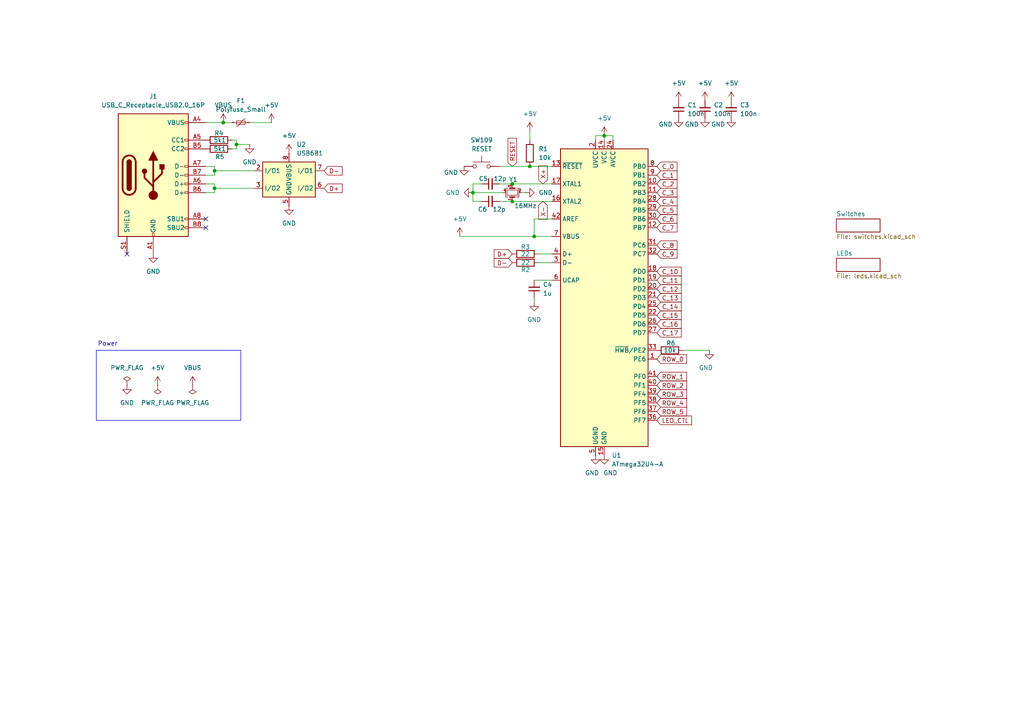
<source format=kicad_sch>
(kicad_sch (version 20231120) (generator "eeschema") (generator_version "8.0")
  (paper "A4")
  (title_block (title "V6 North Facing LED conversion PCB") (date "08-Nov-24") (rev "2.0") (company "REV (Reven Sanchez)"))
  (lib_symbols
    (symbol "Connector:USB_C_Receptacle_USB2.0_16P" (pin_names (offset 1.016))
      (property "Reference" "J" (at 0 22.225 0))
      (property "Value" "USB_C_Receptacle_USB2.0_16P" (at 0 19.685 0))
      (symbol "USB_C_Receptacle_USB2.0_16P_0_0"
        (rectangle (start -0.254 -17.78) (end 0.254 -16.764))
        (rectangle (start 10.16 -14.986) (end 9.144 -15.494))
        (rectangle (start 10.16 -12.446) (end 9.144 -12.954))
        (rectangle (start 10.16 -4.826) (end 9.144 -5.334))
        (rectangle (start 10.16 -2.286) (end 9.144 -2.794))
        (rectangle (start 10.16 0.254) (end 9.144 -0.254))
        (rectangle (start 10.16 2.794) (end 9.144 2.286))
        (rectangle (start 10.16 7.874) (end 9.144 7.366))
        (rectangle (start 10.16 10.414) (end 9.144 9.906))
        (rectangle (start 10.16 15.494) (end 9.144 14.986))
      )
      (symbol "USB_C_Receptacle_USB2.0_16P_0_1"
        (rectangle (start -10.16 17.78) (end 10.16 -17.78) (stroke (width 0.254)) (fill (type background)))
        (arc (start -8.89 -3.81) (mid -6.985 -5.7067) (end -5.08 -3.81) (stroke (width 0.508)))
        (arc (start -7.62 -3.81) (mid -6.985 -4.4423) (end -6.35 -3.81) (stroke (width 0.254)))
        (arc (start -7.62 -3.81) (mid -6.985 -4.4423) (end -6.35 -3.81) (stroke (width 0.254)) (fill (type outline)))
        (rectangle (start -7.62 -3.81) (end -6.35 3.81) (stroke (width 0.254)) (fill (type outline)))
        (arc (start -6.35 3.81) (mid -6.985 4.4423) (end -7.62 3.81) (stroke (width 0.254)))
        (arc (start -6.35 3.81) (mid -6.985 4.4423) (end -7.62 3.81) (stroke (width 0.254)) (fill (type outline)))
        (arc (start -5.08 3.81) (mid -6.985 5.7067) (end -8.89 3.81) (stroke (width 0.508)))
        (circle (center -2.54 1.143) (radius 0.635) (stroke (width 0.254)) (fill (type outline)))
        (circle (center 0 -5.842) (radius 1.27) (fill (type outline)))
        (polyline (pts (xy -8.89 -3.81) (xy -8.89 3.81)) (stroke (width 0.508)))
        (polyline (pts (xy -5.08 3.81) (xy -5.08 -3.81)) (stroke (width 0.508)))
        (polyline (pts (xy 0 -5.842) (xy 0 4.318)) (stroke (width 0.508)))
        (polyline (pts (xy 0 -3.302) (xy -2.54 -0.762) (xy -2.54 0.508)) (stroke (width 0.508)))
        (polyline (pts (xy 0 -2.032) (xy 2.54 0.508) (xy 2.54 1.778)) (stroke (width 0.508)))
        (polyline (pts (xy -1.27 4.318) (xy 0 6.858) (xy 1.27 4.318) (xy -1.27 4.318)) (stroke (width 0.254)) (fill (type outline)))
        (rectangle (start 1.905 1.778) (end 3.175 3.048) (stroke (width 0.254)) (fill (type outline)))
      )
      (symbol "USB_C_Receptacle_USB2.0_16P_1_1"
        (pin passive line (at 0 -22.86 90) (length 5.08) (name "GND") (number "A1"))
        (pin passive line (at 0 -22.86 90) (length 5.08) hide (name "GND") (number "A12"))
        (pin passive line (at 15.24 15.24 180) (length 5.08) (name "VBUS") (number "A4"))
        (pin bidirectional line (at 15.24 10.16 180) (length 5.08) (name "CC1") (number "A5"))
        (pin bidirectional line (at 15.24 -2.54 180) (length 5.08) (name "D+") (number "A6"))
        (pin bidirectional line (at 15.24 2.54 180) (length 5.08) (name "D-") (number "A7"))
        (pin bidirectional line (at 15.24 -12.7 180) (length 5.08) (name "SBU1") (number "A8"))
        (pin passive line (at 15.24 15.24 180) (length 5.08) hide (name "VBUS") (number "A9"))
        (pin passive line (at 0 -22.86 90) (length 5.08) hide (name "GND") (number "B1"))
        (pin passive line (at 0 -22.86 90) (length 5.08) hide (name "GND") (number "B12"))
        (pin passive line (at 15.24 15.24 180) (length 5.08) hide (name "VBUS") (number "B4"))
        (pin bidirectional line (at 15.24 7.62 180) (length 5.08) (name "CC2") (number "B5"))
        (pin bidirectional line (at 15.24 -5.08 180) (length 5.08) (name "D+") (number "B6"))
        (pin bidirectional line (at 15.24 0 180) (length 5.08) (name "D-") (number "B7"))
        (pin bidirectional line (at 15.24 -15.24 180) (length 5.08) (name "SBU2") (number "B8"))
        (pin passive line (at 15.24 15.24 180) (length 5.08) hide (name "VBUS") (number "B9"))
        (pin passive line (at -7.62 -22.86 90) (length 5.08) (name "SHIELD") (number "S1"))
      )
    )
    (symbol "Device:C_Small" (pin_numbers hide) (pin_names (offset 0.254) hide)
      (property "Reference" "C" (at 0.254 1.778 0))
      (property "Value" "C_Small" (at 0.254 -2.032 0))
      (symbol "C_Small_0_1"
        (polyline (pts (xy -1.524 -0.508) (xy 1.524 -0.508)) (stroke (width 0.3302)))
        (polyline (pts (xy -1.524 0.508) (xy 1.524 0.508)) (stroke (width 0.3048)))
      )
      (symbol "C_Small_1_1"
        (pin passive line (at 0 2.54 270) (length 2.032) (name "~") (number "1"))
        (pin passive line (at 0 -2.54 90) (length 2.032) (name "~") (number "2"))
      )
    )
    (symbol "Device:Crystal_GND24_Small" (pin_names (offset 1.016) hide)
      (property "Reference" "Y" (at 1.27 4.445 0))
      (property "Value" "Crystal_GND24_Small" (at 1.27 2.54 0))
      (symbol "Crystal_GND24_Small_0_1"
        (rectangle (start -0.762 -1.524) (end 0.762 1.524))
        (polyline (pts (xy -1.27 -0.762) (xy -1.27 0.762)) (stroke (width 0.381)))
        (polyline (pts (xy 1.27 -0.762) (xy 1.27 0.762)) (stroke (width 0.381)))
        (polyline (pts (xy -1.27 -1.27) (xy -1.27 -1.905) (xy 1.27 -1.905) (xy 1.27 -1.27)))
        (polyline (pts (xy -1.27 1.27) (xy -1.27 1.905) (xy 1.27 1.905) (xy 1.27 1.27)))
      )
      (symbol "Crystal_GND24_Small_1_1"
        (pin passive line (at -2.54 0 0) (length 1.27) (name "1") (number "1"))
        (pin passive line (at 0 -2.54 90) (length 0.635) (name "2") (number "2"))
        (pin passive line (at 2.54 0 180) (length 1.27) (name "3") (number "3"))
        (pin passive line (at 0 2.54 270) (length 0.635) (name "4") (number "4"))
      )
    )
    (symbol "Device:Polyfuse_Small" (pin_numbers hide) (pin_names (offset 0))
      (property "Reference" "F" (at -1.905 0 90))
      (property "Value" "Polyfuse_Small" (at 1.905 0 90))
      (symbol "Polyfuse_Small_0_1"
        (rectangle (start -0.508 1.27) (end 0.508 -1.27))
        (polyline (pts (xy 0 2.54) (xy 0 -2.54)))
        (polyline (pts (xy -1.016 1.27) (xy -1.016 0.762) (xy 1.016 -0.762) (xy 1.016 -1.27)))
      )
      (symbol "Polyfuse_Small_1_1"
        (pin passive line (at 0 2.54 270) (length 0.635) (name "~") (number "1"))
        (pin passive line (at 0 -2.54 90) (length 0.635) (name "~") (number "2"))
      )
    )
    (symbol "Device:R" (pin_numbers hide) (pin_names (offset 0))
      (property "Reference" "R" (at 2.032 0 90))
      (property "Value" "R" (at 0 0 90))
      (symbol "R_0_1"
        (rectangle (start -1.016 -2.54) (end 1.016 2.54) (stroke (width 0.254)))
      )
      (symbol "R_1_1"
        (pin passive line (at 0 3.81 270) (length 1.27) (name "~") (number "1"))
        (pin passive line (at 0 -3.81 90) (length 1.27) (name "~") (number "2"))
      )
    )
    (symbol "MCU_Microchip_ATmega:ATmega32U4-A"
      (property "Reference" "U" (at -12.7 44.45 0))
      (property "Value" "ATmega32U4-A" (at 2.54 -44.45 0))
      (symbol "ATmega32U4-A_0_1"
        (rectangle (start -12.7 -43.18) (end 12.7 43.18) (stroke (width 0.254)) (fill (type background)))
      )
      (symbol "ATmega32U4-A_1_1"
        (pin bidirectional line (at 15.24 -17.78 180) (length 2.54) (name "PE6") (number "1"))
        (pin bidirectional line (at 15.24 33.02 180) (length 2.54) (name "PB2") (number "10"))
        (pin bidirectional line (at 15.24 30.48 180) (length 2.54) (name "PB3") (number "11"))
        (pin bidirectional line (at 15.24 20.32 180) (length 2.54) (name "PB7") (number "12"))
        (pin input line (at -15.24 38.1 0) (length 2.54) (name "~{RESET}") (number "13"))
        (pin power_in line (at 0 45.72 270) (length 2.54) (name "VCC") (number "14"))
        (pin power_in line (at 0 -45.72 90) (length 2.54) (name "GND") (number "15"))
        (pin output line (at -15.24 27.94 0) (length 2.54) (name "XTAL2") (number "16"))
        (pin input line (at -15.24 33.02 0) (length 2.54) (name "XTAL1") (number "17"))
        (pin bidirectional line (at 15.24 7.62 180) (length 2.54) (name "PD0") (number "18"))
        (pin bidirectional line (at 15.24 5.08 180) (length 2.54) (name "PD1") (number "19"))
        (pin power_in line (at -2.54 45.72 270) (length 2.54) (name "UVCC") (number "2"))
        (pin bidirectional line (at 15.24 2.54 180) (length 2.54) (name "PD2") (number "20"))
        (pin bidirectional line (at 15.24 0 180) (length 2.54) (name "PD3") (number "21"))
        (pin bidirectional line (at 15.24 -5.08 180) (length 2.54) (name "PD5") (number "22"))
        (pin passive line (at 0 -45.72 90) (length 2.54) hide (name "GND") (number "23"))
        (pin power_in line (at 2.54 45.72 270) (length 2.54) (name "AVCC") (number "24"))
        (pin bidirectional line (at 15.24 -2.54 180) (length 2.54) (name "PD4") (number "25"))
        (pin bidirectional line (at 15.24 -7.62 180) (length 2.54) (name "PD6") (number "26"))
        (pin bidirectional line (at 15.24 -10.16 180) (length 2.54) (name "PD7") (number "27"))
        (pin bidirectional line (at 15.24 27.94 180) (length 2.54) (name "PB4") (number "28"))
        (pin bidirectional line (at 15.24 25.4 180) (length 2.54) (name "PB5") (number "29"))
        (pin bidirectional line (at -15.24 10.16 0) (length 2.54) (name "D-") (number "3"))
        (pin bidirectional line (at 15.24 22.86 180) (length 2.54) (name "PB6") (number "30"))
        (pin bidirectional line (at 15.24 15.24 180) (length 2.54) (name "PC6") (number "31"))
        (pin bidirectional line (at 15.24 12.7 180) (length 2.54) (name "PC7") (number "32"))
        (pin bidirectional line (at 15.24 -15.24 180) (length 2.54) (name "~{HWB}/PE2") (number "33"))
        (pin passive line (at 0 45.72 270) (length 2.54) hide (name "VCC") (number "34"))
        (pin passive line (at 0 -45.72 90) (length 2.54) hide (name "GND") (number "35"))
        (pin bidirectional line (at 15.24 -35.56 180) (length 2.54) (name "PF7") (number "36"))
        (pin bidirectional line (at 15.24 -33.02 180) (length 2.54) (name "PF6") (number "37"))
        (pin bidirectional line (at 15.24 -30.48 180) (length 2.54) (name "PF5") (number "38"))
        (pin bidirectional line (at 15.24 -27.94 180) (length 2.54) (name "PF4") (number "39"))
        (pin bidirectional line (at -15.24 12.7 0) (length 2.54) (name "D+") (number "4"))
        (pin bidirectional line (at 15.24 -25.4 180) (length 2.54) (name "PF1") (number "40"))
        (pin bidirectional line (at 15.24 -22.86 180) (length 2.54) (name "PF0") (number "41"))
        (pin passive line (at -15.24 22.86 0) (length 2.54) (name "AREF") (number "42"))
        (pin passive line (at 0 -45.72 90) (length 2.54) hide (name "GND") (number "43"))
        (pin passive line (at 2.54 45.72 270) (length 2.54) hide (name "AVCC") (number "44"))
        (pin passive line (at -2.54 -45.72 90) (length 2.54) (name "UGND") (number "5"))
        (pin passive line (at -15.24 5.08 0) (length 2.54) (name "UCAP") (number "6"))
        (pin input line (at -15.24 17.78 0) (length 2.54) (name "VBUS") (number "7"))
        (pin bidirectional line (at 15.24 38.1 180) (length 2.54) (name "PB0") (number "8"))
        (pin bidirectional line (at 15.24 35.56 180) (length 2.54) (name "PB1") (number "9"))
      )
    )
    (symbol "Power_Protection:USB6B1"
      (property "Reference" "U" (at 6.35 6.35 0))
      (property "Value" "USB6B1" (at 5.08 -6.35 0))
      (symbol "USB6B1_0_1"
        (rectangle (start -7.62 -5.08) (end 7.62 5.08) (stroke (width 0.254)) (fill (type background)))
      )
      (symbol "USB6B1_1_1"
        (pin passive line (at 0 7.62 270) (length 2.54) hide (name "VBUS") (number "1"))
        (pin passive line (at -10.16 2.54 0) (length 2.54) (name "I/O1") (number "2"))
        (pin passive line (at -10.16 -2.54 0) (length 2.54) (name "I/O2") (number "3"))
        (pin passive line (at 0 -7.62 90) (length 2.54) hide (name "GND") (number "4"))
        (pin passive line (at 0 -7.62 90) (length 2.54) (name "GND") (number "5"))
        (pin passive line (at 10.16 -2.54 180) (length 2.54) (name "I/O2") (number "6"))
        (pin passive line (at 10.16 2.54 180) (length 2.54) (name "I/O1") (number "7"))
        (pin passive line (at 0 7.62 270) (length 2.54) (name "VBUS") (number "8"))
      )
    )
    (symbol "Switch:SW_Push" (pin_numbers hide) (pin_names (offset 1.016) hide)
      (property "Reference" "SW" (at 1.27 2.54 0))
      (property "Value" "SW_Push" (at 0 -1.524 0))
      (symbol "SW_Push_0_1"
        (circle (center -2.032 0) (radius 0.508))
        (polyline (pts (xy 0 1.27) (xy 0 3.048)))
        (polyline (pts (xy 2.54 1.27) (xy -2.54 1.27)))
        (circle (center 2.032 0) (radius 0.508))
        (pin passive line (at -5.08 0 0) (length 2.54) (name "1") (number "1"))
        (pin passive line (at 5.08 0 180) (length 2.54) (name "2") (number "2"))
      )
    )
    (symbol "power:+5V" (power) (pin_numbers hide) (pin_names (offset 0) hide)
      (property "Value" "+5V" (at 0 3.556 0))
      (symbol "+5V_0_1"
        (polyline (pts (xy -0.762 1.27) (xy 0 2.54)))
        (polyline (pts (xy 0 0) (xy 0 2.54)))
        (polyline (pts (xy 0 2.54) (xy 0.762 1.27)))
      )
      (symbol "+5V_1_1"
        (pin power_in line (at 0 0 90) (length 0) (name "~") (number "1"))
      )
    )
    (symbol "power:GND" (power) (pin_numbers hide) (pin_names (offset 0) hide)
      (property "Value" "GND" (at 0 -3.81 0))
      (symbol "GND_0_1"
        (polyline (pts (xy 0 0) (xy 0 -1.27) (xy 1.27 -1.27) (xy 0 -2.54) (xy -1.27 -1.27) (xy 0 -1.27)))
      )
      (symbol "GND_1_1"
        (pin power_in line (at 0 0 270) (length 0) (name "~") (number "1"))
      )
    )
    (symbol "power:PWR_FLAG" (power) (pin_numbers hide) (pin_names (offset 0) hide)
      (property "Value" "PWR_FLAG" (at 0 3.81 0))
      (symbol "PWR_FLAG_0_0"
        (pin power_out line (at 0 0 90) (length 0) (name "~") (number "1"))
      )
      (symbol "PWR_FLAG_0_1"
        (polyline (pts (xy 0 0) (xy 0 1.27) (xy -1.016 1.905) (xy 0 2.54) (xy 1.016 1.905) (xy 0 1.27)))
      )
    )
    (symbol "power:VBUS" (power) (pin_numbers hide) (pin_names (offset 0) hide)
      (property "Value" "VBUS" (at 0 3.556 0))
      (symbol "VBUS_0_1"
        (polyline (pts (xy -0.762 1.27) (xy 0 2.54)))
        (polyline (pts (xy 0 0) (xy 0 2.54)))
        (polyline (pts (xy 0 2.54) (xy 0.762 1.27)))
      )
      (symbol "VBUS_1_1"
        (pin power_in line (at 0 0 90) (length 0) (name "~") (number "1"))
      )
    )
  )
  (junction (at 62.23 49.53))
  (junction (at 62.23 54.61))
  (junction (at 148.59 58.42))
  (junction (at 64.77 35.56))
  (junction (at 154.94 68.58))
  (junction (at 68.58 41.91))
  (junction (at 137.16 55.88))
  (junction (at 175.26 39.37))
  (junction (at 153.67 48.26))
  (junction (at 148.59 53.34))
  (no_connect (at 59.69 63.5))
  (no_connect (at 59.69 66.04))
  (no_connect (at 36.83 73.66))
  (wire (pts (xy 62.23 49.53) (xy 62.23 50.8)))
  (wire (pts (xy 175.26 40.64) (xy 175.26 39.37)))
  (wire (pts (xy 137.16 53.34) (xy 139.7 53.34)))
  (wire (pts (xy 62.23 54.61) (xy 73.66 54.61)))
  (wire (pts (xy 133.35 68.58) (xy 154.94 68.58)))
  (wire (pts (xy 137.16 55.88) (xy 137.16 58.42)))
  (wire (pts (xy 154.94 86.36) (xy 154.94 87.63)))
  (wire (pts (xy 59.69 50.8) (xy 62.23 50.8)))
  (wire (pts (xy 146.05 55.88) (xy 137.16 55.88)))
  (wire (pts (xy 137.16 55.88) (xy 137.16 53.34)))
  (wire (pts (xy 144.78 48.26) (xy 153.67 48.26)))
  (wire (pts (xy 153.67 48.26) (xy 160.02 48.26)))
  (wire (pts (xy 156.21 76.2) (xy 160.02 76.2)))
  (wire (pts (xy 62.23 48.26) (xy 62.23 49.53)))
  (wire (pts (xy 144.78 58.42) (xy 148.59 58.42)))
  (wire (pts (xy 73.66 49.53) (xy 62.23 49.53)))
  (wire (pts (xy 154.94 81.28) (xy 160.02 81.28)))
  (wire (pts (xy 64.77 35.56) (xy 67.31 35.56)))
  (wire (pts (xy 67.31 40.64) (xy 68.58 40.64)))
  (wire (pts (xy 59.69 55.88) (xy 62.23 55.88)))
  (wire (pts (xy 175.26 39.37) (xy 177.8 39.37)))
  (wire (pts (xy 172.72 39.37) (xy 172.72 40.64)))
  (wire (pts (xy 148.59 58.42) (xy 160.02 58.42)))
  (wire (pts (xy 62.23 53.34) (xy 62.23 54.61)))
  (wire (pts (xy 172.72 39.37) (xy 175.26 39.37)))
  (wire (pts (xy 72.39 35.56) (xy 78.74 35.56)))
  (wire (pts (xy 67.31 43.18) (xy 68.58 43.18)))
  (wire (pts (xy 59.69 53.34) (xy 62.23 53.34)))
  (wire (pts (xy 59.69 48.26) (xy 62.23 48.26)))
  (wire (pts (xy 139.7 58.42) (xy 137.16 58.42)))
  (wire (pts (xy 198.12 101.6) (xy 205.74 101.6)))
  (wire (pts (xy 62.23 54.61) (xy 62.23 55.88)))
  (wire (pts (xy 160.02 63.5) (xy 154.94 63.5)))
  (wire (pts (xy 156.21 73.66) (xy 160.02 73.66)))
  (wire (pts (xy 68.58 41.91) (xy 72.39 41.91)))
  (wire (pts (xy 154.94 63.5) (xy 154.94 68.58)))
  (wire (pts (xy 144.78 53.34) (xy 148.59 53.34)))
  (wire (pts (xy 154.94 68.58) (xy 160.02 68.58)))
  (wire (pts (xy 68.58 41.91) (xy 68.58 43.18)))
  (wire (pts (xy 153.67 38.1) (xy 153.67 40.64)))
  (wire (pts (xy 59.69 35.56) (xy 64.77 35.56)))
  (wire (pts (xy 148.59 53.34) (xy 160.02 53.34)))
  (wire (pts (xy 68.58 40.64) (xy 68.58 41.91)))
  (wire (pts (xy 151.13 55.88) (xy 152.4 55.88)))
  (wire (pts (xy 177.8 39.37) (xy 177.8 40.64)))
  (rectangle (start 27.94 101.6) (end 69.85 121.92))
  (text "Power" (at 31.242 99.822 0) (effects (font (size 1.27 1.27))))
  (global_label "C_17" (shape input) (at 190.5 96.52 0) (property "Intersheetrefs" "${INTERSHEET_REFS}" (effects (hide yes))))
  (global_label "C_15" (shape input) (at 190.5 91.44 0) (property "Intersheetrefs" "${INTERSHEET_REFS}" (effects (hide yes))))
  (global_label "C_2" (shape input) (at 190.5 53.34 0) (property "Intersheetrefs" "${INTERSHEET_REFS}" (effects (hide yes))))
  (global_label "D+" (shape input) (at 148.59 73.66 180) (property "Intersheetrefs" "${INTERSHEET_REFS}" (effects (hide yes))))
  (global_label "D-" (shape input) (at 148.59 76.2 180) (property "Intersheetrefs" "${INTERSHEET_REFS}" (effects (hide yes))))
  (global_label "C_9" (shape input) (at 190.5 73.66 0) (property "Intersheetrefs" "${INTERSHEET_REFS}" (effects (hide yes))))
  (global_label "C_8" (shape input) (at 190.5 71.12 0) (property "Intersheetrefs" "${INTERSHEET_REFS}" (effects (hide yes))))
  (global_label "LED_CTL" (shape input) (at 190.5 121.92 0) (property "Intersheetrefs" "${INTERSHEET_REFS}" (effects (hide yes))))
  (global_label "D+" (shape input) (at 93.98 54.61 0) (property "Intersheetrefs" "${INTERSHEET_REFS}" (effects (hide yes))))
  (global_label "ROW_1" (shape input) (at 190.5 109.22 0) (property "Intersheetrefs" "${INTERSHEET_REFS}" (effects (hide yes))))
  (global_label "C_1" (shape input) (at 190.5 50.8 0) (property "Intersheetrefs" "${INTERSHEET_REFS}" (effects (hide yes))))
  (global_label "C_12" (shape input) (at 190.5 83.82 0) (property "Intersheetrefs" "${INTERSHEET_REFS}" (effects (hide yes))))
  (global_label "X-" (shape input) (at 157.48 58.42 270) (property "Intersheetrefs" "${INTERSHEET_REFS}" (effects (hide yes))))
  (global_label "C_3" (shape input) (at 190.5 55.88 0) (property "Intersheetrefs" "${INTERSHEET_REFS}" (effects (hide yes))))
  (global_label "D-" (shape input) (at 93.98 49.53 0) (property "Intersheetrefs" "${INTERSHEET_REFS}" (effects (hide yes))))
  (global_label "C_6" (shape input) (at 190.5 63.5 0) (property "Intersheetrefs" "${INTERSHEET_REFS}" (effects (hide yes))))
  (global_label "C_13" (shape input) (at 190.5 86.36 0) (property "Intersheetrefs" "${INTERSHEET_REFS}" (effects (hide yes))))
  (global_label "ROW_5" (shape input) (at 190.5 119.38 0) (property "Intersheetrefs" "${INTERSHEET_REFS}" (effects (hide yes))))
  (global_label "RESET" (shape input) (at 148.59 48.26 90) (property "Intersheetrefs" "${INTERSHEET_REFS}" (effects (hide yes))))
  (global_label "C_5" (shape input) (at 190.5 60.96 0) (property "Intersheetrefs" "${INTERSHEET_REFS}" (effects (hide yes))))
  (global_label "C_4" (shape input) (at 190.5 58.42 0) (property "Intersheetrefs" "${INTERSHEET_REFS}" (effects (hide yes))))
  (global_label "C_14" (shape input) (at 190.5 88.9 0) (property "Intersheetrefs" "${INTERSHEET_REFS}" (effects (hide yes))))
  (global_label "ROW_4" (shape input) (at 190.5 116.84 0) (property "Intersheetrefs" "${INTERSHEET_REFS}" (effects (hide yes))))
  (global_label "C_16" (shape input) (at 190.5 93.98 0) (property "Intersheetrefs" "${INTERSHEET_REFS}" (effects (hide yes))))
  (global_label "C_0" (shape input) (at 190.5 48.26 0) (property "Intersheetrefs" "${INTERSHEET_REFS}" (effects (hide yes))))
  (global_label "ROW_3" (shape input) (at 190.5 114.3 0) (property "Intersheetrefs" "${INTERSHEET_REFS}" (effects (hide yes))))
  (global_label "ROW_0" (shape input) (at 190.5 104.14 0) (property "Intersheetrefs" "${INTERSHEET_REFS}" (effects (hide yes))))
  (global_label "C_11" (shape input) (at 190.5 81.28 0) (property "Intersheetrefs" "${INTERSHEET_REFS}" (effects (hide yes))))
  (global_label "C_7" (shape input) (at 190.5 66.04 0) (property "Intersheetrefs" "${INTERSHEET_REFS}" (effects (hide yes))))
  (global_label "C_10" (shape input) (at 190.5 78.74 0) (property "Intersheetrefs" "${INTERSHEET_REFS}" (effects (hide yes))))
  (global_label "ROW_2" (shape input) (at 190.5 111.76 0) (property "Intersheetrefs" "${INTERSHEET_REFS}" (effects (hide yes))))
  (global_label "X+" (shape input) (at 157.48 53.34 90) (property "Intersheetrefs" "${INTERSHEET_REFS}" (effects (hide yes))))
  (symbol (lib_id "power:PWR_FLAG") (at 55.88 111.76 180) (unit 1)
    (property "Reference" "#FLG03" (effects (hide yes)))
    (property "Value" "PWR_FLAG" (at 55.88 116.84 0))
    (property "Description" "Special symbol for telling ERC where power comes from" (effects (hide yes)))
  )
  (symbol (lib_id "power:GND") (at 196.85 34.29 0) (unit 1)
    (property "Reference" "#PWR017" (effects (hide yes)))
    (property "Value" "GND" (at 193.04 36.068 0))
    (property "Description" "Power symbol creates a global label with name \"GND\" , ground" (effects (hide yes)))
  )
  (symbol (lib_id "Device:C_Small") (at 142.24 53.34 90) (unit 1)
    (property "Reference" "C5" (at 140.208 51.816 90))
    (property "Value" "12p" (at 145.034 51.816 90))
    (property "Footprint" "Capacitor_SMD:C_0603_1608Metric_Pad1.08x0.95mm_HandSolder" (effects (hide yes)))
    (property "Description" "Unpolarized capacitor, small symbol" (effects (hide yes)))
  )
  (symbol (lib_id "power:GND") (at 137.16 55.88 270) (unit 1)
    (property "Reference" "#PWR03" (effects (hide yes)))
    (property "Value" "GND" (at 133.35 55.8799 90) (effects (justify right)))
    (property "Description" "Power symbol creates a global label with name \"GND\" , ground" (effects (hide yes)))
  )
  (symbol (lib_id "Device:R") (at 153.67 44.45 180) (unit 1)
    (property "Reference" "R1" (at 156.21 43.1799 0) (effects (justify right)))
    (property "Value" "10k" (at 156.21 45.7199 0) (effects (justify right)))
    (property "Footprint" "Resistor_SMD:R_0603_1608Metric_Pad0.98x0.95mm_HandSolder" (effects (hide yes)))
    (property "Description" "Resistor" (effects (hide yes)))
  )
  (symbol (lib_id "Device:Crystal_GND24_Small") (at 148.59 55.88 90) (unit 1)
    (property "Reference" "Y1" (at 148.844 52.07 90))
    (property "Value" "16MHz" (at 152.4 59.69 90))
    (property "Footprint" "Crystal:Crystal_SMD_3225-4Pin_3.2x2.5mm_HandSoldering" (effects (hide yes)))
    (property "Description" "Four pin crystal, GND on pins 2 and 4, small symbol" (effects (hide yes)))
  )
  (symbol (lib_id "Device:R") (at 63.5 40.64 90) (unit 1)
    (property "Reference" "R4" (at 63.5 38.608 90))
    (property "Value" "5k1" (at 63.754 40.64 90))
    (property "Footprint" "Resistor_SMD:R_0603_1608Metric_Pad0.98x0.95mm_HandSolder" (effects (hide yes)))
    (property "Description" "Resistor" (effects (hide yes)))
  )
  (symbol (lib_id "power:+5V") (at 83.82 44.45 0) (unit 1)
    (property "Reference" "#PWR015" (effects (hide yes)))
    (property "Value" "+5V" (at 83.82 39.37 0))
    (property "Description" "Power symbol creates a global label with name \"+5V\"" (effects (hide yes)))
  )
  (symbol (lib_id "Device:C_Small") (at 196.85 31.75 180) (unit 1)
    (property "Reference" "C1" (at 199.39 30.4735 0) (effects (justify right)))
    (property "Value" "100n" (at 199.39 33.0135 0) (effects (justify right)))
    (property "Footprint" "Capacitor_SMD:C_0603_1608Metric_Pad1.08x0.95mm_HandSolder" (effects (hide yes)))
    (property "Description" "Unpolarized capacitor, small symbol" (effects (hide yes)))
  )
  (symbol (lib_id "power:GND") (at 36.83 111.76 0) (unit 1)
    (property "Reference" "#PWR022" (effects (hide yes)))
    (property "Value" "GND" (at 36.83 116.84 0))
    (property "Description" "Power symbol creates a global label with name \"GND\" , ground" (effects (hide yes)))
  )
  (symbol (lib_id "power:+5V") (at 196.85 29.21 0) (unit 1)
    (property "Reference" "#PWR09" (effects (hide yes)))
    (property "Value" "+5V" (at 196.85 24.13 0))
    (property "Description" "Power symbol creates a global label with name \"+5V\"" (effects (hide yes)))
  )
  (symbol (lib_id "power:GND") (at 204.47 34.29 0) (unit 1)
    (property "Reference" "#PWR018" (effects (hide yes)))
    (property "Value" "GND" (at 200.66 36.068 0))
    (property "Description" "Power symbol creates a global label with name \"GND\" , ground" (effects (hide yes)))
  )
  (symbol (lib_id "power:GND") (at 134.62 48.26 0) (unit 1)
    (property "Reference" "#PWR01" (effects (hide yes)))
    (property "Value" "GND" (at 130.81 50.038 0))
    (property "Description" "Power symbol creates a global label with name \"GND\" , ground" (effects (hide yes)))
  )
  (symbol (lib_id "Connector:USB_C_Receptacle_USB2.0_16P") (at 44.45 50.8 0) (unit 1)
    (property "Reference" "J1" (at 44.45 27.94 0))
    (property "Value" "USB_C_Receptacle_USB2.0_16P" (at 44.45 30.48 0))
    (property "Footprint" "REV:USB_C_Receptacle_HRO_TYPE-C-31-M-12" (effects (hide yes)))
    (property "Datasheet" "https://www.usb.org/sites/default/files/documents/usb_type-c.zip" (effects (hide yes)))
    (property "Description" "USB 2.0-only 16P Type-C Receptacle connector" (effects (hide yes)))
  )
  (symbol (lib_id "power:+5V") (at 212.09 29.21 0) (unit 1)
    (property "Reference" "#PWR011" (effects (hide yes)))
    (property "Value" "+5V" (at 212.09 24.13 0))
    (property "Description" "Power symbol creates a global label with name \"+5V\"" (effects (hide yes)))
  )
  (symbol (lib_id "power:PWR_FLAG") (at 45.72 111.76 180) (unit 1)
    (property "Reference" "#FLG01" (effects (hide yes)))
    (property "Value" "PWR_FLAG" (at 45.72 116.84 0))
    (property "Description" "Special symbol for telling ERC where power comes from" (effects (hide yes)))
  )
  (symbol (lib_id "power:GND") (at 44.45 73.66 0) (unit 1)
    (property "Reference" "#PWR014" (effects (hide yes)))
    (property "Value" "GND" (at 44.45 78.74 0))
    (property "Description" "Power symbol creates a global label with name \"GND\" , ground" (effects (hide yes)))
  )
  (symbol (lib_id "power:+5V") (at 45.72 111.76 0) (unit 1)
    (property "Reference" "#PWR023" (effects (hide yes)))
    (property "Value" "+5V" (at 45.72 106.68 0))
    (property "Description" "Power symbol creates a global label with name \"+5V\"" (effects (hide yes)))
  )
  (symbol (lib_id "power:GND") (at 175.26 132.08 0) (unit 1)
    (property "Reference" "#PWR07" (effects (hide yes)))
    (property "Value" "GND" (at 177.038 137.16 0))
    (property "Description" "Power symbol creates a global label with name \"GND\" , ground" (effects (hide yes)))
  )
  (symbol (lib_id "power:PWR_FLAG") (at 36.83 111.76 0) (unit 1)
    (property "Reference" "#FLG02" (effects (hide yes)))
    (property "Value" "PWR_FLAG" (at 36.83 106.68 0))
    (property "Description" "Special symbol for telling ERC where power comes from" (effects (hide yes)))
  )
  (symbol (lib_id "Device:R") (at 194.31 101.6 90) (unit 1)
    (property "Reference" "R6" (at 194.564 99.568 90))
    (property "Value" "10k" (at 194.31 101.6 90))
    (property "Footprint" "Resistor_SMD:R_0603_1608Metric_Pad0.98x0.95mm_HandSolder" (effects (hide yes)))
    (property "Description" "Resistor" (effects (hide yes)))
  )
  (symbol (lib_id "Switch:SW_Push") (at 139.7 48.26 0) (unit 1)
    (property "Reference" "SW109" (at 139.7 40.64 0))
    (property "Value" "RESET" (at 139.7 43.18 0))
    (property "Footprint" "Button_Switch_SMD:SW_SPST_B3U-1000P" (effects (hide yes)))
    (property "Description" "Push button switch, generic, two pins" (effects (hide yes)))
  )
  (symbol (lib_id "power:+5V") (at 204.47 29.21 0) (unit 1)
    (property "Reference" "#PWR010" (effects (hide yes)))
    (property "Value" "+5V" (at 204.47 24.13 0))
    (property "Description" "Power symbol creates a global label with name \"+5V\"" (effects (hide yes)))
  )
  (symbol (lib_id "power:+5V") (at 133.35 68.58 0) (unit 1)
    (property "Reference" "#PWR04" (effects (hide yes)))
    (property "Value" "+5V" (at 133.35 63.5 0))
    (property "Description" "Power symbol creates a global label with name \"+5V\"" (effects (hide yes)))
  )
  (symbol (lib_id "Device:Polyfuse_Small") (at 69.85 35.56 90) (unit 1)
    (property "Reference" "F1" (at 69.85 29.21 90))
    (property "Value" "Polyfuse_Small" (at 69.85 31.75 90))
    (property "Footprint" "Fuse:Fuse_0805_2012Metric_Pad1.15x1.40mm_HandSolder" (effects (hide yes)))
    (property "Description" "Resettable fuse, polymeric positive temperature coefficient, small symbol" (effects (hide yes)))
  )
  (symbol (lib_id "power:GND") (at 212.09 34.29 0) (unit 1)
    (property "Reference" "#PWR019" (effects (hide yes)))
    (property "Value" "GND" (at 208.28 36.068 0))
    (property "Description" "Power symbol creates a global label with name \"GND\" , ground" (effects (hide yes)))
  )
  (symbol (lib_id "power:GND") (at 72.39 41.91 0) (unit 1)
    (property "Reference" "#PWR013" (effects (hide yes)))
    (property "Value" "GND" (at 72.39 46.99 0))
    (property "Description" "Power symbol creates a global label with name \"GND\" , ground" (effects (hide yes)))
  )
  (symbol (lib_id "power:GND") (at 83.82 59.69 0) (unit 1)
    (property "Reference" "#PWR020" (effects (hide yes)))
    (property "Value" "GND" (at 83.82 64.77 0))
    (property "Description" "Power symbol creates a global label with name \"GND\" , ground" (effects (hide yes)))
  )
  (symbol (lib_id "MCU_Microchip_ATmega:ATmega32U4-A") (at 175.26 86.36 0) (unit 1)
    (property "Reference" "U1" (at 177.4541 132.08 0) (effects (justify left)))
    (property "Value" "ATmega32U4-A" (at 177.4541 134.62 0) (effects (justify left)))
    (property "Footprint" "Package_QFP:TQFP-44_10x10mm_P0.8mm" (effects (hide yes)))
    (property "Datasheet" "http://ww1.microchip.com/downloads/en/DeviceDoc/Atmel-7766-8-bit-AVR-ATmega16U4-32U4_Datasheet.pdf" (effects (hide yes)))
    (property "Description" "16MHz, 32kB Flash, 2.5kB SRAM, 1kB EEPROM, USB 2.0, TQFP-44" (effects (hide yes)))
  )
  (symbol (lib_id "Device:C_Small") (at 212.09 31.75 180) (unit 1)
    (property "Reference" "C3" (at 214.63 30.4735 0) (effects (justify right)))
    (property "Value" "100n" (at 214.63 33.0135 0) (effects (justify right)))
    (property "Footprint" "Capacitor_SMD:C_0603_1608Metric_Pad1.08x0.95mm_HandSolder" (effects (hide yes)))
    (property "Description" "Unpolarized capacitor, small symbol" (effects (hide yes)))
  )
  (symbol (lib_id "Device:R") (at 63.5 43.18 90) (unit 1)
    (property "Reference" "R5" (at 63.754 45.466 90))
    (property "Value" "5k1" (at 63.754 43.18 90))
    (property "Footprint" "Resistor_SMD:R_0603_1608Metric_Pad0.98x0.95mm_HandSolder" (effects (hide yes)))
    (property "Description" "Resistor" (effects (hide yes)))
  )
  (symbol (lib_id "power:VBUS") (at 64.77 35.56 0) (unit 1)
    (property "Reference" "#PWR012" (effects (hide yes)))
    (property "Value" "VBUS" (at 64.77 30.48 0))
    (property "Description" "Power symbol creates a global label with name \"VBUS\"" (effects (hide yes)))
  )
  (symbol (lib_id "power:GND") (at 152.4 55.88 90) (unit 1)
    (property "Reference" "#PWR02" (effects (hide yes)))
    (property "Value" "GND" (at 156.21 55.8799 90) (effects (justify right)))
    (property "Description" "Power symbol creates a global label with name \"GND\" , ground" (effects (hide yes)))
  )
  (symbol (lib_id "power:+5V") (at 78.74 35.56 0) (unit 1)
    (property "Reference" "#PWR026" (effects (hide yes)))
    (property "Value" "+5V" (at 78.74 30.48 0))
    (property "Description" "Power symbol creates a global label with name \"+5V\"" (effects (hide yes)))
  )
  (symbol (lib_id "power:+5V") (at 175.26 39.37 0) (unit 1)
    (property "Reference" "#PWR016" (effects (hide yes)))
    (property "Value" "+5V" (at 175.26 34.29 0))
    (property "Description" "Power symbol creates a global label with name \"+5V\"" (effects (hide yes)))
  )
  (symbol (lib_id "power:GND") (at 154.94 87.63 0) (unit 1)
    (property "Reference" "#PWR05" (effects (hide yes)))
    (property "Value" "GND" (at 154.94 92.71 0))
    (property "Description" "Power symbol creates a global label with name \"GND\" , ground" (effects (hide yes)))
  )
  (symbol (lib_id "Device:R") (at 152.4 76.2 90) (unit 1)
    (property "Reference" "R2" (at 152.4 78.232 90))
    (property "Value" "22" (at 152.4 76.2 90))
    (property "Footprint" "Resistor_SMD:R_0603_1608Metric_Pad0.98x0.95mm_HandSolder" (effects (hide yes)))
    (property "Description" "Resistor" (effects (hide yes)))
  )
  (symbol (lib_id "power:GND") (at 205.74 101.6 0) (unit 1)
    (property "Reference" "#PWR025" (effects (hide yes)))
    (property "Value" "GND" (at 204.724 106.68 0))
    (property "Description" "Power symbol creates a global label with name \"GND\" , ground" (effects (hide yes)))
  )
  (symbol (lib_id "Device:R") (at 152.4 73.66 90) (unit 1)
    (property "Reference" "R3" (at 152.4 71.628 90))
    (property "Value" "22" (at 152.4 73.66 90))
    (property "Footprint" "Resistor_SMD:R_0603_1608Metric_Pad0.98x0.95mm_HandSolder" (effects (hide yes)))
    (property "Description" "Resistor" (effects (hide yes)))
  )
  (symbol (lib_id "Device:C_Small") (at 154.94 83.82 180) (unit 1)
    (property "Reference" "C4" (at 157.48 82.5435 0) (effects (justify right)))
    (property "Value" "1u" (at 157.48 85.0835 0) (effects (justify right)))
    (property "Footprint" "Capacitor_SMD:C_0603_1608Metric_Pad1.08x0.95mm_HandSolder" (effects (hide yes)))
    (property "Description" "Unpolarized capacitor, small symbol" (effects (hide yes)))
  )
  (symbol (lib_id "Device:C_Small") (at 142.24 58.42 90) (unit 1)
    (property "Reference" "C6" (at 139.954 60.706 90))
    (property "Value" "12p" (at 144.78 60.706 90))
    (property "Footprint" "Capacitor_SMD:C_0603_1608Metric_Pad1.08x0.95mm_HandSolder" (effects (hide yes)))
    (property "Description" "Unpolarized capacitor, small symbol" (effects (hide yes)))
  )
  (symbol (lib_id "power:VBUS") (at 55.88 111.76 0) (unit 1)
    (property "Reference" "#PWR027" (effects (hide yes)))
    (property "Value" "VBUS" (at 55.88 106.68 0))
    (property "Description" "Power symbol creates a global label with name \"VBUS\"" (effects (hide yes)))
  )
  (symbol (lib_id "Device:C_Small") (at 204.47 31.75 180) (unit 1)
    (property "Reference" "C2" (at 207.01 30.4735 0) (effects (justify right)))
    (property "Value" "100n" (at 207.01 33.0135 0) (effects (justify right)))
    (property "Footprint" "Capacitor_SMD:C_0603_1608Metric_Pad1.08x0.95mm_HandSolder" (effects (hide yes)))
    (property "Description" "Unpolarized capacitor, small symbol" (effects (hide yes)))
  )
  (symbol (lib_id "power:+5V") (at 153.67 38.1 0) (unit 1)
    (property "Reference" "#PWR08" (effects (hide yes)))
    (property "Value" "+5V" (at 153.67 33.02 0))
    (property "Description" "Power symbol creates a global label with name \"+5V\"" (effects (hide yes)))
  )
  (symbol (lib_id "Power_Protection:USB6B1") (at 83.82 52.07 0) (unit 1) (in_bom no)
    (property "Reference" "U2" (at 86.0141 41.91 0) (effects (justify left)))
    (property "Value" "USB6B1" (at 86.0141 44.45 0) (effects (justify left)))
    (property "Footprint" "Package_SO:SOIC-8_3.9x4.9mm_P1.27mm" (effects (hide yes)))
    (property "Datasheet" "http://www.st.com/content/ccc/resource/technical/document/datasheet/3e/ec/b2/54/b2/76/47/90/CD00001361.pdf/files/CD00001361.pdf/jcr:content/translations/en.CD00001361.pdf" (effects (hide yes)))
    (property "Description" "5V Data line protection" (effects (hide yes)))
  )
  (symbol (lib_id "power:GND") (at 172.72 132.08 0) (unit 1)
    (property "Reference" "#PWR06" (effects (hide yes)))
    (property "Value" "GND" (at 171.704 137.16 0))
    (property "Description" "Power symbol creates a global label with name \"GND\" , ground" (effects (hide yes)))
  )
  (sheet (at 242.57 74.93) (size 12.7 3.81) (stroke (width 0.1524))
    (property "Sheetname" "LEDs" (at 242.57 74.2184 0) (effects (justify left bottom)))
    (property "Sheetfile" "leds.kicad_sch" (at 242.57 79.3246 0) (effects (justify left top)))
  )
  (sheet (at 242.57 63.5) (size 12.7 3.81) (stroke (width 0.1524))
    (property "Sheetname" "Switches" (at 242.57 62.7884 0) (effects (justify left bottom)))
    (property "Sheetfile" "switches.kicad_sch" (at 242.57 67.8946 0) (effects (justify left top)))
  )
)
</source>
